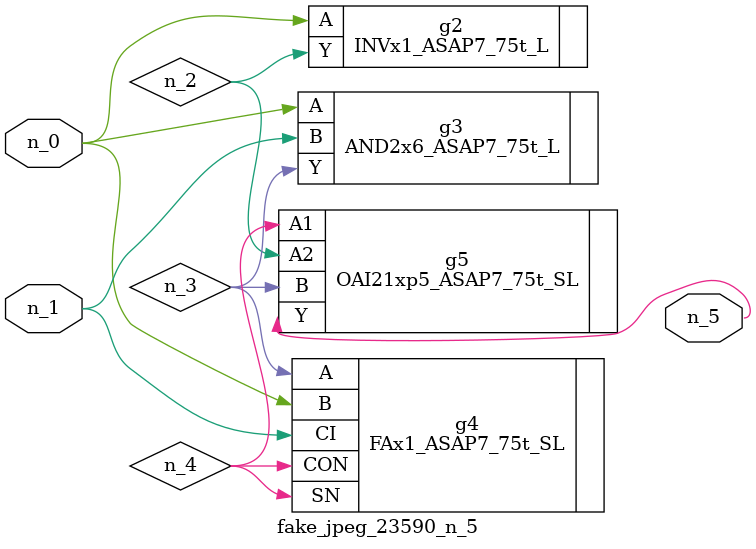
<source format=v>
module fake_jpeg_23590_n_5 (n_0, n_1, n_5);

input n_0;
input n_1;

output n_5;

wire n_2;
wire n_3;
wire n_4;

INVx1_ASAP7_75t_L g2 ( 
.A(n_0),
.Y(n_2)
);

AND2x6_ASAP7_75t_L g3 ( 
.A(n_0),
.B(n_1),
.Y(n_3)
);

FAx1_ASAP7_75t_SL g4 ( 
.A(n_3),
.B(n_0),
.CI(n_1),
.CON(n_4),
.SN(n_4)
);

OAI21xp5_ASAP7_75t_SL g5 ( 
.A1(n_4),
.A2(n_2),
.B(n_3),
.Y(n_5)
);


endmodule
</source>
